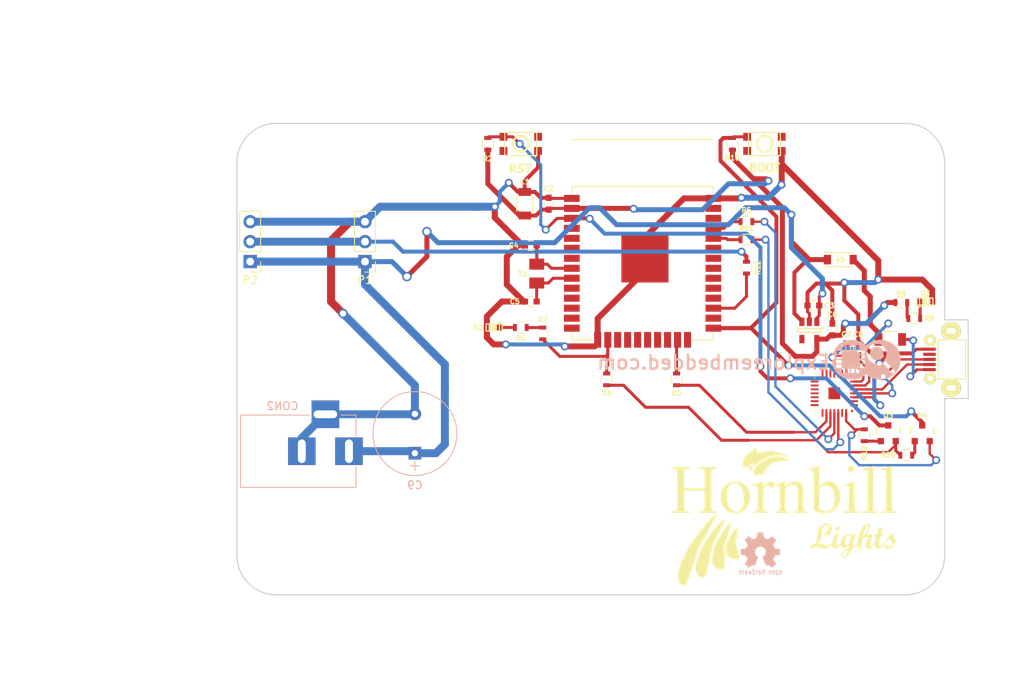
<source format=kicad_pcb>
(kicad_pcb (version 4) (host pcbnew 4.0.5)
  (layers (0 F.Cu signal) (31 B.Cu signal) (34 B.Paste user) (35 F.Paste user) (36 B.SilkS user) (37 F.SilkS user) (38 B.Mask user) (39 F.Mask user) (44 Edge.Cuts user))
  (net 0 "")
  (net 1 +3V3)
  (net 2 GND)
  (net 3 +5V)
  (net 4 "Net-(C4-Pad1)")
  (net 5 "Net-(C5-Pad1)")
  (net 6 "Net-(CON1-Pad1)")
  (net 7 "Net-(CON1-Pad2)")
  (net 8 "Net-(CON1-Pad3)")
  (net 9 "Net-(CON1-Pad4)")
  (net 10 /EN)
  (net 11 "Net-(M1-Pad4)")
  (net 12 "Net-(M1-Pad5)")
  (net 13 "Net-(M1-Pad6)")
  (net 14 "Net-(M1-Pad7)")
  (net 15 "Net-(M1-Pad10)")
  (net 16 "Net-(M1-Pad11)")
  (net 17 "Net-(M1-Pad12)")
  (net 18 "Net-(M1-Pad13)")
  (net 19 "Net-(M1-Pad14)")
  (net 20 /IO0)
  (net 21 "Net-(M1-Pad26)")
  (net 22 "Net-(M1-Pad29)")
  (net 23 "Net-(M1-Pad30)")
  (net 24 "Net-(M1-Pad31)")
  (net 25 "Net-(M1-Pad32)")
  (net 26 "Net-(M1-Pad33)")
  (net 27 /RXD0)
  (net 28 /TXD0)
  (net 29 "Net-(M1-Pad36)")
  (net 30 "Net-(M1-Pad37)")
  (net 31 /IO13)
  (net 32 "Net-(M1-Pad17)")
  (net 33 "Net-(M1-Pad18)")
  (net 34 "Net-(M1-Pad19)")
  (net 35 "Net-(M1-Pad20)")
  (net 36 "Net-(M1-Pad21)")
  (net 37 "Net-(M1-Pad22)")
  (net 38 /IO15)
  (net 39 "Net-(M1-Pad24)")
  (net 40 "Net-(Q3-Pad1)")
  (net 41 /RTS)
  (net 42 "Net-(Q4-Pad1)")
  (net 43 /DTR)
  (net 44 "Net-(D2-Pad2)")
  (net 45 "Net-(R6-Pad2)")
  (net 46 "Net-(R8-Pad1)")
  (net 47 "Net-(D3-Pad2)")
  (net 48 "Net-(U1-Pad4)")
  (net 49 "Net-(U9-Pad1)")
  (net 50 "Net-(U9-Pad9)")
  (net 51 "Net-(U9-Pad10)")
  (net 52 "Net-(U9-Pad11)")
  (net 53 "Net-(U9-Pad12)")
  (net 54 "Net-(U9-Pad13)")
  (net 55 "Net-(U9-Pad14)")
  (net 56 "Net-(U9-Pad15)")
  (net 57 "Net-(U9-Pad16)")
  (net 58 "Net-(U9-Pad17)")
  (net 59 "Net-(U9-Pad22)")
  (net 60 "Net-(P1-Pad2)")
  (net 61 "Net-(C8-Pad1)")
  (net 62 "Net-(R3-Pad2)")
  (net 63 "Net-(R5-Pad2)")
  (net 64 "Net-(R11-Pad2)")
  (net 65 "Net-(U9-Pad2)")
  (net 66 "Net-(U9-Pad27)")
  (net 67 "Net-(U9-Pad21)")
  (net 68 "Net-(U9-Pad20)")
  (net 69 "Net-(U9-Pad18)")
  (net 70 /Light)
  (net 71 "Net-(M1-Pad28)")
  (net 72 VCC)
  (module Capacitors_SMD:C_1206 (layer F.Cu) (at 101.6 77.724 90)
    (fp_text reference C1 (at 2.794 0 180) (layer F.SilkS) (effects (font (size 0.635 0.635))))
    (fp_text value 100uF)
    (pad 1 smd rect (at -1.5 0 90) (size 1 1.6) (layers F.Cu F.Paste F.Mask) (net 1 +3V3))
    (pad 2 smd rect (at 1.5 0 90) (size 1 1.6) (layers F.Cu F.Paste F.Mask) (net 2 GND))
  )
  (module Capacitors_SMD:C_0603 (layer F.Cu) (at 104.648 77.724 90)
    (fp_text reference C2 (at 1.905 0 180) (layer F.SilkS) (effects (font (size 0.635 0.635))))
    (fp_text value 100nF)
    (pad 1 smd rect (at -0.75 0 90) (size 0.8 0.75) (layers F.Cu F.Paste F.Mask) (net 1 +3V3))
    (pad 2 smd rect (at 0.75 0 90) (size 0.8 0.75) (layers F.Cu F.Paste F.Mask) (net 2 GND))
  )
  (module Capacitors_SMD:C_0603 (layer F.Cu) (at 138.303 90.678 180)
    (fp_text reference C3 (at -2.032 0 180) (layer F.SilkS) (effects (font (size 0.635 0.635))))
    (fp_text value 1uF)
    (pad 1 smd rect (at -0.75 0 180) (size 0.8 0.75) (layers F.Cu F.Paste F.Mask) (net 3 +5V))
    (pad 2 smd rect (at 0.75 0 180) (size 0.8 0.75) (layers F.Cu F.Paste F.Mask) (net 2 GND))
  )
  (module Capacitors_SMD:C_0603 (layer F.Cu) (at 102.362 83.058 180)
    (fp_text reference C4 (at 2.159 0 180) (layer F.SilkS) (effects (font (size 0.635 0.635))))
    (fp_text value 15pF)
    (pad 1 smd rect (at -0.75 0 180) (size 0.8 0.75) (layers F.Cu F.Paste F.Mask) (net 4 "Net-(C4-Pad1)"))
    (pad 2 smd rect (at 0.75 0 180) (size 0.8 0.75) (layers F.Cu F.Paste F.Mask) (net 2 GND))
  )
  (module Capacitors_SMD:C_0603 (layer F.Cu) (at 102.362 90.17 180)
    (fp_text reference C5 (at 2.032 0 180) (layer F.SilkS) (effects (font (size 0.635 0.635))))
    (fp_text value 15pF)
    (pad 1 smd rect (at -0.75 0 180) (size 0.8 0.75) (layers F.Cu F.Paste F.Mask) (net 5 "Net-(C5-Pad1)"))
    (pad 2 smd rect (at 0.75 0 180) (size 0.8 0.75) (layers F.Cu F.Paste F.Mask) (net 2 GND))
  )
  (module Capacitors_SMD:C_0603 (layer F.Cu) (at 140.716 93.726 90)
    (fp_text reference C6 (at 1.905 0 180) (layer F.SilkS) (effects (font (size 0.635 0.635))))
    (fp_text value 2.2uF)
    (pad 1 smd rect (at -0.75 0 90) (size 0.8 0.75) (layers F.Cu F.Paste F.Mask) (net 1 +3V3))
    (pad 2 smd rect (at 0.75 0 90) (size 0.8 0.75) (layers F.Cu F.Paste F.Mask) (net 2 GND))
  )
  (module Capacitors_SMD:C_0603 (layer F.Cu) (at 144.018 96.266 90)
    (fp_text reference C8 (at 1.905 0 180) (layer F.SilkS) (effects (font (size 0.635 0.635))))
    (fp_text value 0.1uF)
    (pad 1 smd rect (at -0.75 0 90) (size 0.8 0.75) (layers F.Cu F.Paste F.Mask) (net 61 "Net-(C8-Pad1)"))
    (pad 2 smd rect (at 0.75 0 90) (size 0.8 0.75) (layers F.Cu F.Paste F.Mask) (net 2 GND))
  )
  (module Explore:USB_Micro-B_SMD_NEW_1 (layer F.Cu) (at 153.162 97.536 180)
    (fp_text reference CON1 hide)
    (fp_text value USB-MINI-B hide)
    (pad 1 smd rect (at 0.1 -1.3 180) (size 1.6 0.4) (layers F.Cu F.Paste F.Mask) (net 6 "Net-(CON1-Pad1)"))
    (pad 2 smd rect (at 0.1 -0.65 180) (size 1.6 0.4) (layers F.Cu F.Paste F.Mask) (net 7 "Net-(CON1-Pad2)"))
    (pad 3 smd rect (at 0.1 0 180) (size 1.6 0.4) (layers F.Cu F.Paste F.Mask) (net 8 "Net-(CON1-Pad3)"))
    (pad 4 smd rect (at 0.1 0.65 180) (size 1.6 0.4) (layers F.Cu F.Paste F.Mask) (net 9 "Net-(CON1-Pad4)"))
    (pad 5 smd rect (at 0.1 1.3 180) (size 1.6 0.4) (layers F.Cu F.Paste F.Mask) (net 2 GND))
    (pad "" thru_hole circle (at 0 -2.425 180) (size 1.5 1.5) (drill 0.71) (layers *.Cu *.Mask F.SilkS))
    (pad "" thru_hole oval (at -2.65 -3.625 180) (size 2.5 2.2) (drill oval 1.15 0.72) (layers *.Cu *.Mask F.SilkS))
    (pad "" thru_hole circle (at 0 2.425 180) (size 1.5 1.5) (drill 0.71) (layers *.Cu *.Mask F.SilkS))
    (pad "" thru_hole oval (at -2.65 3.625 180) (size 2.5 2.2) (drill oval 1.15 0.72) (layers *.Cu *.Mask F.SilkS))
  )
  (module Explore:ESP-32S (layer F.Cu) (at 116.586 82.296)
    (fp_text reference M1 hide)
    (fp_text value ESP-WROOM-32 hide)
    (pad 1 smd rect (at -9 -5.25) (size 2 0.9) (layers F.Cu F.Paste F.Mask) (net 2 GND))
    (pad 2 smd rect (at -9 -3.98) (size 2 0.9) (layers F.Cu F.Paste F.Mask) (net 1 +3V3))
    (pad 3 smd rect (at -9 -2.71) (size 2 0.9) (layers F.Cu F.Paste F.Mask) (net 10 /EN))
    (pad 4 smd rect (at -9 -1.44) (size 2 0.9) (layers F.Cu F.Paste F.Mask) (net 11 "Net-(M1-Pad4)"))
    (pad 5 smd rect (at -9 -0.17) (size 2 0.9) (layers F.Cu F.Paste F.Mask) (net 12 "Net-(M1-Pad5)"))
    (pad 6 smd rect (at -9 1.1) (size 2 0.9) (layers F.Cu F.Paste F.Mask) (net 13 "Net-(M1-Pad6)"))
    (pad 7 smd rect (at -9 2.37) (size 2 0.9) (layers F.Cu F.Paste F.Mask) (net 14 "Net-(M1-Pad7)"))
    (pad 8 smd rect (at -9 3.64) (size 2 0.9) (layers F.Cu F.Paste F.Mask) (net 4 "Net-(C4-Pad1)"))
    (pad 9 smd rect (at -9 4.91) (size 2 0.9) (layers F.Cu F.Paste F.Mask) (net 5 "Net-(C5-Pad1)"))
    (pad 10 smd rect (at -9 6.18) (size 2 0.9) (layers F.Cu F.Paste F.Mask) (net 15 "Net-(M1-Pad10)"))
    (pad 11 smd rect (at -9 7.45) (size 2 0.9) (layers F.Cu F.Paste F.Mask) (net 16 "Net-(M1-Pad11)"))
    (pad 12 smd rect (at -9 8.72) (size 2 0.9) (layers F.Cu F.Paste F.Mask) (net 17 "Net-(M1-Pad12)"))
    (pad 13 smd rect (at -9 9.99) (size 2 0.9) (layers F.Cu F.Paste F.Mask) (net 18 "Net-(M1-Pad13)"))
    (pad 14 smd rect (at -9 11.26) (size 2 0.9) (layers F.Cu F.Paste F.Mask) (net 19 "Net-(M1-Pad14)"))
    (pad 38 smd rect (at 9 -5.25) (size 2 0.9) (layers F.Cu F.Paste F.Mask) (net 2 GND))
    (pad 25 smd rect (at 9 11.26) (size 2 0.9) (layers F.Cu F.Paste F.Mask) (net 20 /IO0))
    (pad 26 smd rect (at 9 9.99) (size 2 0.9) (layers F.Cu F.Paste F.Mask) (net 21 "Net-(M1-Pad26)"))
    (pad 27 smd rect (at 9 8.72) (size 2 0.9) (layers F.Cu F.Paste F.Mask) (net 70 /Light))
    (pad 28 smd rect (at 9 7.45) (size 2 0.9) (layers F.Cu F.Paste F.Mask) (net 71 "Net-(M1-Pad28)"))
    (pad 29 smd rect (at 9 6.18) (size 2 0.9) (layers F.Cu F.Paste F.Mask) (net 22 "Net-(M1-Pad29)"))
    (pad 30 smd rect (at 9 4.91) (size 2 0.9) (layers F.Cu F.Paste F.Mask) (net 23 "Net-(M1-Pad30)"))
    (pad 31 smd rect (at 9 3.64) (size 2 0.9) (layers F.Cu F.Paste F.Mask) (net 24 "Net-(M1-Pad31)"))
    (pad 32 smd rect (at 9 2.37) (size 2 0.9) (layers F.Cu F.Paste F.Mask) (net 25 "Net-(M1-Pad32)"))
    (pad 33 smd rect (at 9 1.1) (size 2 0.9) (layers F.Cu F.Paste F.Mask) (net 26 "Net-(M1-Pad33)"))
    (pad 34 smd rect (at 9 -0.17) (size 2 0.9) (layers F.Cu F.Paste F.Mask) (net 27 /RXD0))
    (pad 35 smd rect (at 9 -1.44) (size 2 0.9) (layers F.Cu F.Paste F.Mask) (net 28 /TXD0))
    (pad 36 smd rect (at 9 -2.71) (size 2 0.9) (layers F.Cu F.Paste F.Mask) (net 29 "Net-(M1-Pad36)"))
    (pad 37 smd rect (at 9 -3.98) (size 2 0.9) (layers F.Cu F.Paste F.Mask) (net 30 "Net-(M1-Pad37)"))
    (pad 15 smd rect (at -5.715 12.75 90) (size 2 0.9) (layers F.Cu F.Paste F.Mask) (net 2 GND))
    (pad 16 smd rect (at -4.43 12.75 90) (size 2 0.9) (layers F.Cu F.Paste F.Mask) (net 31 /IO13))
    (pad 17 smd rect (at -3.175 12.75 90) (size 2 0.9) (layers F.Cu F.Paste F.Mask) (net 32 "Net-(M1-Pad17)"))
    (pad 18 smd rect (at -1.905 12.75 90) (size 2 0.9) (layers F.Cu F.Paste F.Mask) (net 33 "Net-(M1-Pad18)"))
    (pad 19 smd rect (at -0.635 12.75 90) (size 2 0.9) (layers F.Cu F.Paste F.Mask) (net 34 "Net-(M1-Pad19)"))
    (pad 20 smd rect (at 0.635 12.75 90) (size 2 0.9) (layers F.Cu F.Paste F.Mask) (net 35 "Net-(M1-Pad20)"))
    (pad 21 smd rect (at 1.905 12.75 90) (size 2 0.9) (layers F.Cu F.Paste F.Mask) (net 36 "Net-(M1-Pad21)"))
    (pad 22 smd rect (at 3.175 12.75 90) (size 2 0.9) (layers F.Cu F.Paste F.Mask) (net 37 "Net-(M1-Pad22)"))
    (pad 23 smd rect (at 4.445 12.75 90) (size 2 0.9) (layers F.Cu F.Paste F.Mask) (net 38 /IO15))
    (pad 24 smd rect (at 5.715 12.75 90) (size 2 0.9) (layers F.Cu F.Paste F.Mask) (net 39 "Net-(M1-Pad24)"))
    (pad 1 smd rect (at 0.3 2.45 90) (size 6 6) (layers F.Cu F.Paste F.Mask) (net 2 GND))
  )
  (module Resistors_SMD:R_0603 (layer F.Cu) (at 96.901 70.104 90)
    (fp_text reference R2 (at -1.905 0 180) (layer F.SilkS) (effects (font (size 0.635 0.635))))
    (fp_text value 10K)
    (pad 1 smd rect (at -0.75 0 90) (size 0.5 0.9) (layers F.Cu F.Paste F.Mask) (net 1 +3V3))
    (pad 2 smd rect (at 0.75 0 90) (size 0.5 0.9) (layers F.Cu F.Paste F.Mask) (net 10 /EN))
  )
  (module Resistors_SMD:R_0603 (layer F.Cu) (at 101.092 93.472)
    (fp_text reference R6 (at 0 1.397) (layer F.SilkS) (effects (font (size 0.635 0.635))))
    (fp_text value 1K)
    (pad 1 smd rect (at -0.75 0) (size 0.5 0.9) (layers F.Cu F.Paste F.Mask) (net 44 "Net-(D2-Pad2)"))
    (pad 2 smd rect (at 0.75 0) (size 0.5 0.9) (layers F.Cu F.Paste F.Mask) (net 45 "Net-(R6-Pad2)"))
  )
  (module Resistors_SMD:R_0603 (layer F.Cu) (at 103.886 94.234 90)
    (fp_text reference R7 (at 1.778 0 180) (layer F.SilkS) (effects (font (size 0.635 0.635))))
    (fp_text value 0E)
    (pad 1 smd rect (at -0.75 0 90) (size 0.5 0.9) (layers F.Cu F.Paste F.Mask) (net 31 /IO13))
    (pad 2 smd rect (at 0.75 0 90) (size 0.5 0.9) (layers F.Cu F.Paste F.Mask) (net 45 "Net-(R6-Pad2)"))
  )
  (module Resistors_SMD:R_0603 (layer F.Cu) (at 149.479 90.297 180)
    (fp_text reference R8 (at 0 1.143 180) (layer F.SilkS) (effects (font (size 0.635 0.635))))
    (fp_text value 0E)
    (pad 1 smd rect (at -0.75 0 180) (size 0.5 0.9) (layers F.Cu F.Paste F.Mask) (net 46 "Net-(R8-Pad1)"))
    (pad 2 smd rect (at 0.75 0 180) (size 0.5 0.9) (layers F.Cu F.Paste F.Mask) (net 1 +3V3))
  )
  (module Resistors_SMD:R_0603 (layer F.Cu) (at 151.13 92.329 180)
    (fp_text reference R9 (at -1.905 0 180) (layer F.SilkS) (effects (font (size 0.635 0.635))))
    (fp_text value 1K)
    (pad 1 smd rect (at -0.75 0 180) (size 0.5 0.9) (layers F.Cu F.Paste F.Mask) (net 47 "Net-(D3-Pad2)"))
    (pad 2 smd rect (at 0.75 0 180) (size 0.5 0.9) (layers F.Cu F.Paste F.Mask) (net 46 "Net-(R8-Pad1)"))
  )
  (module Resistors_SMD:R_0603 (layer F.Cu) (at 128.016 70.104 90)
    (fp_text reference R10 (at -1.778 0 180) (layer F.SilkS) (effects (font (size 0.635 0.635))))
    (fp_text value 10K)
    (pad 1 smd rect (at -0.75 0 90) (size 0.5 0.9) (layers F.Cu F.Paste F.Mask) (net 1 +3V3))
    (pad 2 smd rect (at 0.75 0 90) (size 0.5 0.9) (layers F.Cu F.Paste F.Mask) (net 20 /IO0))
  )
  (module Resistors_SMD:R_0603 (layer F.Cu) (at 144.78 107.188 90)
    (fp_text reference R19 (at -2.286 0 90) (layer F.SilkS) (effects (font (size 0.635 0.635))))
    (fp_text value 12K)
    (pad 1 smd rect (at -0.75 0 90) (size 0.5 0.9) (layers F.Cu F.Paste F.Mask) (net 40 "Net-(Q3-Pad1)"))
    (pad 2 smd rect (at 0.75 0 90) (size 0.5 0.9) (layers F.Cu F.Paste F.Mask) (net 43 /DTR))
  )
  (module Resistors_SMD:R_0603 (layer F.Cu) (at 150.114 109.728 180)
    (fp_text reference R20 (at 2.286 0 180) (layer F.SilkS) (effects (font (size 0.635 0.635))))
    (fp_text value 12K)
    (pad 1 smd rect (at -0.75 0 180) (size 0.5 0.9) (layers F.Cu F.Paste F.Mask) (net 42 "Net-(Q4-Pad1)"))
    (pad 2 smd rect (at 0.75 0 180) (size 0.5 0.9) (layers F.Cu F.Paste F.Mask) (net 41 /RTS))
  )
  (module Explore:smd_push2_New (layer F.Cu) (at 101.092 70.104)
    (fp_text reference SW1 hide)
    (fp_text value SW_PUSH hide)
    (pad 1 smd rect (at -2.2 -0.9) (size 1.00076 1.00076) (layers F.Cu F.Paste F.Mask) (net 10 /EN))
    (pad 2 smd rect (at 2.2 0.9) (size 1.00076 1.00076) (layers F.Cu F.Paste F.Mask) (net 2 GND))
    (pad 3 smd rect (at -2.2 0.9) (size 1.00076 1.00076) (layers F.Cu F.Paste F.Mask))
    (pad 4 smd rect (at 2.2 -0.9) (size 1.00076 1.00076) (layers F.Cu F.Paste F.Mask))
  )
  (module Explore:smd_push2_New (layer F.Cu) (at 132.08 70.104)
    (fp_text reference SW2 hide)
    (fp_text value SW_PUSH hide)
    (pad 1 smd rect (at -2.2 -0.9) (size 1.00076 1.00076) (layers F.Cu F.Paste F.Mask) (net 20 /IO0))
    (pad 2 smd rect (at 2.2 0.9) (size 1.00076 1.00076) (layers F.Cu F.Paste F.Mask) (net 2 GND))
    (pad 3 smd rect (at -2.2 0.9) (size 1.00076 1.00076) (layers F.Cu F.Paste F.Mask))
    (pad 4 smd rect (at 2.2 -0.9) (size 1.00076 1.00076) (layers F.Cu F.Paste F.Mask))
  )
  (module Explore:SOT-23-5 (layer F.Cu) (at 137.795 93.853 270)
    (fp_text reference U1 hide)
    (fp_text value AP2112K hide)
    (pad 1 smd rect (at -1.1 -0.95 270) (size 1.06 0.65) (layers F.Cu F.Paste F.Mask) (net 3 +5V))
    (pad 2 smd rect (at -1.1 0 270) (size 1.06 0.65) (layers F.Cu F.Paste F.Mask) (net 2 GND))
    (pad 3 smd rect (at -1.1 0.95 270) (size 1.06 0.65) (layers F.Cu F.Paste F.Mask) (net 3 +5V))
    (pad 4 smd rect (at 1.1 0.95 270) (size 1.06 0.65) (layers F.Cu F.Paste F.Mask) (net 48 "Net-(U1-Pad4)"))
    (pad 5 smd rect (at 1.1 -0.95 270) (size 1.06 0.65) (layers F.Cu F.Paste F.Mask) (net 1 +3V3))
  )
  (module Explore:Logo_silk_OSHW_6x6mm (layer B.Cu) (at 131.572 121.793 180)
    (fp_text reference U2 hide)
    (fp_text value OSH_Symbol hide)
  )
  (module Logo:Logo_8 (layer B.Cu) (at 145.161 97.536 180)
    (fp_text reference U4 hide)
    (fp_text value EE_Logo hide)
  )
  (module Mounting_Holes:MountingHole_2.5mm (layer F.Cu) (at 140 125)
    (fp_text reference U5 hide)
    (fp_text value MountingHole)
    (pad 1 np_thru_hole circle (at 0 0) (size 2.5 2.5) (drill 2.5) (layers *.Cu *.Mask))
  )
  (module Mounting_Holes:MountingHole_2.5mm (layer F.Cu) (at 140 70)
    (fp_text reference U6 hide)
    (fp_text value MountingHole)
    (pad 1 np_thru_hole circle (at 0 0) (size 2.5 2.5) (drill 2.5) (layers *.Cu *.Mask))
  )
  (module Mounting_Holes:MountingHole_2.5mm (layer F.Cu) (at 80 125)
    (fp_text reference U7 hide)
    (fp_text value MountingHole)
    (pad 1 np_thru_hole circle (at 0 0) (size 2.5 2.5) (drill 2.5) (layers *.Cu *.Mask))
  )
  (module Mounting_Holes:MountingHole_2.5mm (layer F.Cu) (at 80 70)
    (fp_text reference U8 hide)
    (fp_text value MountingHole)
    (pad 1 np_thru_hole circle (at 0 0) (size 2.5 2.5) (drill 2.5) (layers *.Cu *.Mask))
  )
  (module Explore:SMD_RTC_Crstl (layer F.Cu) (at 103.124 86.614 270)
    (fp_text reference Y1 (at 0 1.778 360) (layer F.SilkS) (effects (font (size 0.635 0.635))))
    (fp_text value "32.768KHz RTC Crystal" hide)
    (pad 1 smd rect (at -1.2 0 270) (size 1.4 1.9) (layers F.Cu F.Paste F.Mask) (net 4 "Net-(C4-Pad1)"))
    (pad 2 smd rect (at 1.2 0 270) (size 1.4 1.9) (layers F.Cu F.Paste F.Mask) (net 5 "Net-(C5-Pad1)"))
  )
  (module Explore:LED-0603_NEW (layer F.Cu) (at 97.536 93.472)
    (fp_text reference D2 (at -1.905 0) (layer F.SilkS) (effects (font (size 0.6 0.6))))
    (fp_text value Blue hide)
    (pad 1 smd rect (at -0.7493 0) (size 0.79756 0.79756) (layers F.Cu F.Paste F.Mask) (net 2 GND))
    (pad 2 smd rect (at 0.7493 0) (size 0.79756 0.79756) (layers F.Cu F.Paste F.Mask) (net 44 "Net-(D2-Pad2)"))
  )
  (module Explore:LED-0603_NEW (layer F.Cu) (at 152.654 90.17 180)
    (fp_text reference D3 (at 0.127 1.016 180) (layer F.SilkS) (effects (font (size 0.6 0.6))))
    (fp_text value LED hide)
    (pad 1 smd rect (at -0.7493 0 180) (size 0.79756 0.79756) (layers F.Cu F.Paste F.Mask) (net 2 GND))
    (pad 2 smd rect (at 0.7493 0 180) (size 0.79756 0.79756) (layers F.Cu F.Paste F.Mask) (net 47 "Net-(D3-Pad2)"))
  )
  (module Explore:SOT-23 (layer F.Cu) (at 147.828 106.934)
    (fp_text reference Q3 (at 0 -2.25) (layer F.SilkS) (effects (font (size 0.635 0.635))))
    (fp_text value S8050 hide)
    (pad 1 smd rect (at -0.95 1.00076) (size 0.8001 0.8001) (layers F.Cu F.Paste F.Mask) (net 40 "Net-(Q3-Pad1)"))
    (pad 2 smd rect (at 0.95 1.00076) (size 0.8001 0.8001) (layers F.Cu F.Paste F.Mask) (net 41 /RTS))
    (pad 3 smd rect (at 0 -0.99822) (size 0.8001 0.8001) (layers F.Cu F.Paste F.Mask) (net 10 /EN))
  )
  (module Explore:SOT-23 (layer F.Cu) (at 152.146 106.934)
    (fp_text reference Q4 (at 0 -2.25) (layer F.SilkS) (effects (font (size 0.635 0.635))))
    (fp_text value S8050 hide)
    (pad 1 smd rect (at -0.95 1.00076) (size 0.8001 0.8001) (layers F.Cu F.Paste F.Mask) (net 42 "Net-(Q4-Pad1)"))
    (pad 2 smd rect (at 0.95 1.00076) (size 0.8001 0.8001) (layers F.Cu F.Paste F.Mask) (net 43 /DTR))
    (pad 3 smd rect (at 0 -0.99822) (size 0.8001 0.8001) (layers F.Cu F.Paste F.Mask) (net 20 /IO0))
  )
  (module Capacitors_SMD:C_0603 (layer F.Cu) (at 142.494 96.266 270)
    (fp_text reference C7 (at -1.905 0 360) (layer F.SilkS) (effects (font (size 0.635 0.635))))
    (fp_text value 0.1uF)
    (pad 1 smd rect (at -0.75 0 270) (size 0.8 0.75) (layers F.Cu F.Paste F.Mask) (net 2 GND))
    (pad 2 smd rect (at 0.75 0 270) (size 0.8 0.75) (layers F.Cu F.Paste F.Mask) (net 72 VCC))
  )
  (module Explore:Fuse_500mA (layer F.Cu) (at 148.082 94.996)
    (fp_text reference F1 hide)
    (fp_text value 500mA hide)
    (pad 1 smd rect (at -1.5 0) (size 1 1.6) (layers F.Cu F.Paste F.Mask) (net 72 VCC))
    (pad 2 smd rect (at 1.5 0) (size 1 1.6) (layers F.Cu F.Paste F.Mask) (net 6 "Net-(CON1-Pad1)"))
  )
  (module Resistors_SMD:R_0603 (layer F.Cu) (at 120.904 100.076 270)
    (fp_text reference R3 (at 1.778 0 360) (layer F.SilkS) (effects (font (size 0.635 0.635) (thickness 0.14605))))
    (fp_text value 0E)
    (pad 1 smd rect (at -0.75 0 270) (size 0.5 0.9) (layers F.Cu F.Paste F.Mask) (net 38 /IO15))
    (pad 2 smd rect (at 0.75 0 270) (size 0.5 0.9) (layers F.Cu F.Paste F.Mask) (net 62 "Net-(R3-Pad2)"))
  )
  (module Resistors_SMD:R_0603 (layer F.Cu) (at 112.014 100.076 270)
    (fp_text reference R4 (at 1.778 0 360) (layer F.SilkS) (effects (font (size 0.635 0.635) (thickness 0.14605))))
    (fp_text value 0E)
    (pad 1 smd rect (at -0.75 0 270) (size 0.5 0.9) (layers F.Cu F.Paste F.Mask) (net 31 /IO13))
    (pad 2 smd rect (at 0.75 0 270) (size 0.5 0.9) (layers F.Cu F.Paste F.Mask) (net 41 /RTS))
  )
  (module Resistors_SMD:R_0603 (layer F.Cu) (at 129.794 80.01)
    (fp_text reference R5 (at 0 -1.45) (layer F.SilkS) (effects (font (size 0.635 0.635))))
    (fp_text value 0E)
    (pad 1 smd rect (at -0.75 0) (size 0.5 0.9) (layers F.Cu F.Paste F.Mask) (net 28 /TXD0))
    (pad 2 smd rect (at 0.75 0) (size 0.5 0.9) (layers F.Cu F.Paste F.Mask) (net 63 "Net-(R5-Pad2)"))
  )
  (module Resistors_SMD:R_0603 (layer F.Cu) (at 129.794 82.296)
    (fp_text reference R11 (at 0 -1.45) (layer F.SilkS) (effects (font (size 0.635 0.635))))
    (fp_text value 0E)
    (pad 1 smd rect (at -0.75 0) (size 0.5 0.9) (layers F.Cu F.Paste F.Mask) (net 27 /RXD0))
    (pad 2 smd rect (at 0.75 0) (size 0.5 0.9) (layers F.Cu F.Paste F.Mask) (net 64 "Net-(R11-Pad2)"))
  )
  (module Explore:cp2102_xl2 (layer F.Cu) (at 140.97 101.854 180)
    (fp_text reference U9 hide)
    (fp_text value CP2102 hide)
    (pad 7 smd rect (at -2.49936 1.50114 180) (size 1.00076 0.23114) (layers F.Cu F.Paste F.Mask) (net 72 VCC))
    (pad 6 smd rect (at -2.49936 1.00076 180) (size 1.00076 0.23114) (layers F.Cu F.Paste F.Mask) (net 61 "Net-(C8-Pad1)"))
    (pad 5 smd rect (at -2.49936 0.50038 180) (size 1.00076 0.23114) (layers F.Cu F.Paste F.Mask) (net 7 "Net-(CON1-Pad2)"))
    (pad 4 smd rect (at -2.49936 0 180) (size 1.00076 0.23114) (layers F.Cu F.Paste F.Mask) (net 8 "Net-(CON1-Pad3)"))
    (pad 3 smd rect (at -2.49936 -0.50038 180) (size 1.00076 0.23114) (layers F.Cu F.Paste F.Mask) (net 2 GND))
    (pad 2 smd rect (at -2.49936 -1.00076 180) (size 1.00076 0.23114) (layers F.Cu F.Paste F.Mask) (net 65 "Net-(U9-Pad2)"))
    (pad 1 smd rect (at -2.49936 -1.50114 180) (size 1.00076 0.23114) (layers F.Cu F.Paste F.Mask) (net 49 "Net-(U9-Pad1)"))
    (pad 28 smd rect (at -1.50114 -2.49936 180) (size 0.23114 1.00076) (layers F.Cu F.Paste F.Mask) (net 43 /DTR))
    (pad 27 smd rect (at -1.00076 -2.49936 180) (size 0.23114 1.00076) (layers F.Cu F.Paste F.Mask) (net 66 "Net-(U9-Pad27)"))
    (pad 26 smd rect (at -0.50038 -2.49936 180) (size 0.23114 1.00076) (layers F.Cu F.Paste F.Mask) (net 64 "Net-(R11-Pad2)"))
    (pad 25 smd rect (at 0 -2.49936 180) (size 0.23114 1.00076) (layers F.Cu F.Paste F.Mask) (net 63 "Net-(R5-Pad2)"))
    (pad 24 smd rect (at 0.50038 -2.49936 180) (size 0.23114 1.00076) (layers F.Cu F.Paste F.Mask) (net 41 /RTS))
    (pad 23 smd rect (at 1.00076 -2.49936 180) (size 0.23114 1.00076) (layers F.Cu F.Paste F.Mask) (net 62 "Net-(R3-Pad2)"))
    (pad 22 smd rect (at 1.50114 -2.49936 180) (size 0.23114 1.00076) (layers F.Cu F.Paste F.Mask) (net 59 "Net-(U9-Pad22)"))
    (pad 21 smd rect (at 2.49936 -1.50114 180) (size 1.00076 0.23114) (layers F.Cu F.Paste F.Mask) (net 67 "Net-(U9-Pad21)"))
    (pad 20 smd rect (at 2.49936 -1.00076 180) (size 1.00076 0.23114) (layers F.Cu F.Paste F.Mask) (net 68 "Net-(U9-Pad20)"))
    (pad 19 smd rect (at 2.49936 -0.50038 180) (size 1.00076 0.23114) (layers F.Cu F.Paste F.Mask))
    (pad 18 smd rect (at 2.49936 0 180) (size 1.00076 0.23114) (layers F.Cu F.Paste F.Mask) (net 69 "Net-(U9-Pad18)"))
    (pad 17 smd rect (at 2.49936 0.50038 180) (size 1.00076 0.23114) (layers F.Cu F.Paste F.Mask) (net 58 "Net-(U9-Pad17)"))
    (pad 16 smd rect (at 2.49936 1.00076 180) (size 1.00076 0.23114) (layers F.Cu F.Paste F.Mask) (net 57 "Net-(U9-Pad16)"))
    (pad 15 smd rect (at 2.49936 1.50114 180) (size 1.00076 0.23114) (layers F.Cu F.Paste F.Mask) (net 56 "Net-(U9-Pad15)"))
    (pad 14 smd rect (at 1.50114 2.49936 180) (size 0.23114 1.00076) (layers F.Cu F.Paste F.Mask) (net 55 "Net-(U9-Pad14)"))
    (pad 13 smd rect (at 1.00076 2.49936 180) (size 0.23114 1.00076) (layers F.Cu F.Paste F.Mask) (net 54 "Net-(U9-Pad13)"))
    (pad 12 smd rect (at 0.50038 2.49936 180) (size 0.23114 1.00076) (layers F.Cu F.Paste F.Mask) (net 53 "Net-(U9-Pad12)"))
    (pad 11 smd rect (at 0 2.49936 180) (size 0.23114 1.00076) (layers F.Cu F.Paste F.Mask) (net 52 "Net-(U9-Pad11)"))
    (pad 10 smd rect (at -0.50038 2.49936 180) (size 0.23114 1.00076) (layers F.Cu F.Paste F.Mask) (net 51 "Net-(U9-Pad10)"))
    (pad 9 smd rect (at -1.00076 2.49936 180) (size 0.23114 1.00076) (layers F.Cu F.Paste F.Mask) (net 50 "Net-(U9-Pad9)"))
    (pad 8 smd rect (at -1.50114 2.49936 180) (size 0.23114 1.00076) (layers F.Cu F.Paste F.Mask) (net 72 VCC))
    (pad 29 smd rect (at 0 0 180) (size 1.50114 1.50114) (layers F.Cu F.Paste F.Mask))
    (pad "" smd circle (at -2.25044 -2.25044 180) (size 0.29972 0.29972) (layers F.Cu F.Paste F.Mask))
  )
  (module Capacitors_ThroughHole:CP_Radial_Tantal_D10.5mm_P5.00mm (layer B.Cu) (at 87.63 109.474 90)
    (fp_text reference C9 (at -4.064 0 180) (layer B.SilkS) (effects (justify mirror)))
    (fp_text value 1000uF)
    (pad 1 thru_hole rect (at 0 0 90) (size 1.6 1.6) (drill 0.8) (layers *.Cu *.Mask) (net 3 +5V))
    (pad 2 thru_hole circle (at 5 0 90) (size 1.6 1.6) (drill 0.8) (layers *.Cu *.Mask) (net 2 GND))
  )
  (module Resistors_SMD:R_0603 (layer F.Cu) (at 129.794 85.852 270)
    (fp_text reference R12 (at 0 -1.45 270) (layer F.SilkS) (effects (font (size 0.635 0.635))))
    (fp_text value 470E)
    (pad 1 smd rect (at -0.75 0 270) (size 0.5 0.9) (layers F.Cu F.Paste F.Mask) (net 60 "Net-(P1-Pad2)"))
    (pad 2 smd rect (at 0.75 0 270) (size 0.5 0.9) (layers F.Cu F.Paste F.Mask) (net 70 /Light))
  )
  (module Connect:BARREL_JACK (layer B.Cu) (at 79.248 109.22)
    (fp_text reference CON2 (at -8.45 -5.75 180) (layer B.SilkS) (effects (justify mirror)))
    (fp_text value BARREL_JACK)
    (pad 1 thru_hole rect (at 0 0) (size 3.5 3.5) (drill oval 1 3) (layers *.Cu *.Mask) (net 3 +5V))
    (pad 2 thru_hole rect (at -6 0) (size 3.5 3.5) (drill oval 1 3) (layers *.Cu *.Mask) (net 2 GND))
    (pad 3 thru_hole rect (at -3 -4.7) (size 3.5 3.5) (drill oval 3 1) (layers *.Cu *.Mask) (net 2 GND))
  )
  (module "Lights_Logo:Hornbill Lights" (layer F.Cu) (at 134.5 117.5)
    (fp_text reference U3 hide)
    (fp_text value EE_Logo hide)
  )
  (module Pin_Headers:Pin_Header_Straight_1x03_Pitch2.54mm (layer F.Cu) (at 81.28 85.09 180)
    (fp_text reference P1 (at 0 -2.33 180) (layer F.SilkS))
    (fp_text value CONN_01X03)
    (pad 1 thru_hole rect (at 0 0 180) (size 1.7 1.7) (drill 1) (layers *.Cu *.Mask) (net 3 +5V))
    (pad 2 thru_hole oval (at 0 2.54 180) (size 1.7 1.7) (drill 1) (layers *.Cu *.Mask) (net 60 "Net-(P1-Pad2)"))
    (pad 3 thru_hole oval (at 0 5.08 180) (size 1.7 1.7) (drill 1) (layers *.Cu *.Mask) (net 2 GND))
  )
  (module Pin_Headers:Pin_Header_Straight_1x03_Pitch2.54mm (layer F.Cu) (at 66.675 85.09 180)
    (fp_text reference P2 (at 0 -2.33 180) (layer F.SilkS))
    (fp_text value CONN_01X03)
    (pad 1 thru_hole rect (at 0 0 180) (size 1.7 1.7) (drill 1) (layers *.Cu *.Mask) (net 3 +5V))
    (pad 2 thru_hole oval (at 0 2.54 180) (size 1.7 1.7) (drill 1) (layers *.Cu *.Mask) (net 60 "Net-(P1-Pad2)"))
    (pad 3 thru_hole oval (at 0 5.08 180) (size 1.7 1.7) (drill 1) (layers *.Cu *.Mask) (net 2 GND))
  )
  (module Explore:SOD-80_diode_1 (layer F.Cu) (at 141.732 84.836)
    (fp_text reference D1 hide)
    (fp_text value D hide)
    (pad 1 smd rect (at -1.635 0) (size 0.91 1.22) (layers F.Cu F.Paste F.Mask) (net 3 +5V))
    (pad 2 smd rect (at 1.635 0) (size 0.91 1.22) (layers F.Cu F.Paste F.Mask) (net 72 VCC))
  )
  (gr_text Exploreembedded.com (at 125.603 97.917) (layer B.SilkS) (effects (font (size 1.778 1.778) (thickness 0.3)) (justify mirror)))
  (gr_line (start 65 112.5) (end 65 82.5) (angle 90) (layer Edge.Cuts) (width 0.15))
  (gr_line (start 155 77.5) (end 155 87.5) (angle 90) (layer Edge.Cuts) (width 0.15))
  (gr_text RST (at 100.965 73.279) (layer F.SilkS) (effects (font (size 1.016 1.016) (thickness 0.254))))
  (gr_text BOOT (at 132.08 73.152) (layer F.SilkS) (effects (font (size 1.016 1.016) (thickness 0.254))))
  (gr_line (start 65 122.5) (end 65 112.5) (angle 90) (layer Edge.Cuts) (width 0.15))
  (gr_line (start 65 72.5) (end 65 82.5) (angle 90) (layer Edge.Cuts) (width 0.15))
  (gr_line (start 158 102.5) (end 155 102.5) (angle 90) (layer Edge.Cuts) (width 0.15))
  (gr_line (start 158 92.5) (end 158 102.5) (angle 90) (layer Edge.Cuts) (width 0.15))
  (gr_line (start 155 92.5) (end 158 92.5) (angle 90) (layer Edge.Cuts) (width 0.15))
  (gr_line (start 150 67.5) (end 70 67.5) (angle 90) (layer Edge.Cuts) (width 0.15))
  (gr_line (start 155 77.5) (end 155 72.5) (angle 90) (layer Edge.Cuts) (width 0.15))
  (gr_line (start 155 122.5) (end 155 102.5) (angle 90) (layer Edge.Cuts) (width 0.15))
  (gr_line (start 70 127.5) (end 150 127.5) (angle 90) (layer Edge.Cuts) (width 0.15))
  (gr_arc (start 150 72.5) (end 150 67.5) (angle 90) (layer Edge.Cuts) (width 0.15))
  (gr_arc (start 150 122.5) (end 155 122.5) (angle 90) (layer Edge.Cuts) (width 0.15))
  (gr_arc (start 70 122.5) (end 70 127.5) (angle 90) (layer Edge.Cuts) (width 0.15))
  (gr_arc (start 70 72.5) (end 65 72.5) (angle 90) (layer Edge.Cuts) (width 0.15))
  (gr_line (start 155 92.5) (end 155 87.5) (angle 90) (layer Edge.Cuts) (width 0.15))
  (segment (start 127.508 75.184) (end 132.207 75.184) (width 0.635) (layer B.Cu) (net 1))
  (segment (start 115.4 78.316) (end 115.443 78.359) (width 0.508) (layer F.Cu) (net 1))
  (via (at 115.443 78.359) (size 1.01) (drill 0.6) (layers F.Cu B.Cu) (net 1))
  (segment (start 115.443 78.359) (end 115.57 78.486) (width 0.508) (layer B.Cu) (net 1))
  (segment (start 115.57 78.486) (end 124.206 78.486) (width 0.635) (layer B.Cu) (net 1))
  (segment (start 124.206 78.486) (end 127.508 75.184) (width 0.635) (layer B.Cu) (net 1))
  (segment (start 107.586 78.316) (end 115.4 78.316) (width 0.635) (layer F.Cu) (net 1))
  (segment (start 132.334 74.549) (end 130.683 74.549) (width 0.635) (layer F.Cu) (net 1))
  (segment (start 132.588 74.803) (end 132.334 74.549) (width 0.508) (layer F.Cu) (net 1))
  (via (at 132.588 74.803) (size 1.01) (drill 0.6) (layers F.Cu B.Cu) (net 1))
  (segment (start 132.207 75.184) (end 132.588 74.803) (width 0.508) (layer B.Cu) (net 1))
  (segment (start 101.6 79.224) (end 100.941 79.224) (width 0.381) (layer F.Cu) (net 1))
  (segment (start 100.941 79.224) (end 96.901 75.184) (width 0.635) (layer F.Cu) (net 1))
  (segment (start 96.901 75.184) (end 96.901 70.854) (width 0.635) (layer F.Cu) (net 1))
  (segment (start 104.648 78.474) (end 103.771 78.474) (width 0.508) (layer F.Cu) (net 1))
  (segment (start 103.021 79.224) (end 101.6 79.224) (width 0.508) (layer F.Cu) (net 1))
  (segment (start 103.771 78.474) (end 103.021 79.224) (width 0.508) (layer F.Cu) (net 1))
  (segment (start 107.586 78.316) (end 104.806 78.316) (width 0.381) (layer F.Cu) (net 1))
  (segment (start 104.806 78.316) (end 104.648 78.474) (width 0.381) (layer F.Cu) (net 1))
  (segment (start 138.745 94.953) (end 138.745 96.586) (width 0.635) (layer F.Cu) (net 1))
  (segment (start 138.745 96.586) (end 138.176 97.155) (width 0.635) (layer F.Cu) (net 1))
  (segment (start 138.176 97.155) (end 136.017 97.155) (width 0.635) (layer F.Cu) (net 1))
  (segment (start 136.017 97.155) (end 134.366 95.504) (width 0.635) (layer F.Cu) (net 1))
  (segment (start 134.366 95.504) (end 134.366 78.232) (width 0.635) (layer F.Cu) (net 1))
  (segment (start 134.366 78.232) (end 130.683 74.549) (width 0.635) (layer F.Cu) (net 1))
  (segment (start 128.016 71.882) (end 128.016 70.854) (width 0.635) (layer F.Cu) (net 1))
  (segment (start 130.683 74.549) (end 128.016 71.882) (width 0.635) (layer F.Cu) (net 1))
  (segment (start 140.716 94.476) (end 140.474 94.476) (width 0.381) (layer F.Cu) (net 1))
  (segment (start 140.474 94.476) (end 139.997 94.953) (width 0.635) (layer F.Cu) (net 1))
  (segment (start 139.997 94.953) (end 138.745 94.953) (width 0.635) (layer F.Cu) (net 1))
  (segment (start 148.729 90.297) (end 147.701 90.297) (width 0.635) (layer F.Cu) (net 1))
  (segment (start 141.744 94.476) (end 140.716 94.476) (width 0.635) (layer F.Cu) (net 1))
  (segment (start 142.113 94.107) (end 141.744 94.476) (width 0.635) (layer F.Cu) (net 1))
  (segment (start 142.113 93.218) (end 142.113 94.107) (width 0.635) (layer F.Cu) (net 1))
  (segment (start 142.367 92.964) (end 142.113 93.218) (width 0.381) (layer F.Cu) (net 1))
  (via (at 142.367 92.964) (size 1.01) (drill 0.6) (layers F.Cu B.Cu) (net 1))
  (segment (start 145.034 92.964) (end 142.367 92.964) (width 0.635) (layer B.Cu) (net 1))
  (segment (start 147.32 90.678) (end 145.034 92.964) (width 0.635) (layer B.Cu) (net 1))
  (via (at 147.32 90.678) (size 1.01) (drill 0.6) (layers F.Cu B.Cu) (net 1))
  (segment (start 147.701 90.297) (end 147.32 90.678) (width 0.635) (layer F.Cu) (net 1))
  (segment (start 97.79 78.105) (end 95.123 78.105) (width 1.016) (layer B.Cu) (net 2))
  (segment (start 83.185 78.105) (end 81.28 80.01) (width 1.016) (layer B.Cu) (net 2))
  (segment (start 95.123 78.105) (end 83.185 78.105) (width 1.016) (layer B.Cu) (net 2))
  (segment (start 81 94.208) (end 78.486 91.694) (width 1.016) (layer B.Cu) (net 2))
  (segment (start 87.63 104.474) (end 87.63 100.838) (width 1.016) (layer B.Cu) (net 2))
  (segment (start 87.63 100.838) (end 81 94.208) (width 1.016) (layer B.Cu) (net 2))
  (segment (start 79.375 80.01) (end 81.28 80.01) (width 1.016) (layer F.Cu) (net 2))
  (segment (start 76.962 82.423) (end 79.375 80.01) (width 1.016) (layer F.Cu) (net 2))
  (segment (start 76.962 90.17) (end 76.962 82.423) (width 1.016) (layer F.Cu) (net 2))
  (segment (start 78.486 91.694) (end 76.962 90.17) (width 1.016) (layer F.Cu) (net 2))
  (via (at 78.486 91.694) (size 1.21) (drill 0.8) (layers F.Cu B.Cu) (net 2))
  (segment (start 66.675 80.01) (end 81.28 80.01) (width 1.016) (layer B.Cu) (net 2))
  (segment (start 76.248 104.52) (end 87.584 104.52) (width 1.016) (layer B.Cu) (net 2))
  (segment (start 87.584 104.52) (end 87.63 104.474) (width 1.016) (layer B.Cu) (net 2))
  (segment (start 73.248 109.22) (end 73.248 107.52) (width 1.016) (layer B.Cu) (net 2))
  (segment (start 73.248 107.52) (end 76.248 104.52) (width 1.016) (layer B.Cu) (net 2))
  (segment (start 73.248 107.52) (end 76.248 104.52) (width 1.016) (layer B.Cu) (net 2))
  (segment (start 73.248 107.52) (end 76.248 104.52) (width 0.762) (layer B.Cu) (net 2))
  (segment (start 101.612 83.058) (end 101.346 83.058) (width 0.508) (layer F.Cu) (net 2))
  (segment (start 101.346 83.058) (end 97.79 79.502) (width 0.762) (layer F.Cu) (net 2))
  (segment (start 97.79 79.502) (end 97.79 78.105) (width 0.762) (layer F.Cu) (net 2))
  (segment (start 100.735 76.224) (end 101.6 76.224) (width 0.508) (layer F.Cu) (net 2))
  (segment (start 99.568 75.057) (end 100.735 76.224) (width 0.508) (layer F.Cu) (net 2))
  (via (at 99.568 75.057) (size 1.01) (drill 0.6) (layers F.Cu B.Cu) (net 2))
  (segment (start 98.425 76.2) (end 99.568 75.057) (width 0.508) (layer B.Cu) (net 2))
  (segment (start 98.425 77.47) (end 98.425 76.2) (width 0.508) (layer B.Cu) (net 2))
  (segment (start 97.79 78.105) (end 98.425 77.47) (width 0.508) (layer B.Cu) (net 2))
  (via (at 97.79 78.105) (size 1.01) (drill 0.6) (layers F.Cu B.Cu) (net 2))
  (segment (start 129.159 76.962) (end 132.588 76.962) (width 0.762) (layer B.Cu) (net 2))
  (segment (start 132.588 76.962) (end 134.239 75.311) (width 0.762) (layer B.Cu) (net 2))
  (segment (start 125.586 77.046) (end 129.075 77.046) (width 0.762) (layer F.Cu) (net 2))
  (segment (start 134.28 75.27) (end 134.28 71.004) (width 0.762) (layer F.Cu) (net 2))
  (via (at 134.239 75.311) (size 1.01) (drill 0.6) (layers F.Cu B.Cu) (net 2))
  (segment (start 134.239 75.311) (end 134.28 75.27) (width 0.508) (layer F.Cu) (net 2))
  (via (at 129.159 76.962) (size 1.01) (drill 0.6) (layers F.Cu B.Cu) (net 2))
  (segment (start 129.075 77.046) (end 129.159 76.962) (width 0.508) (layer F.Cu) (net 2))
  (segment (start 96.7867 93.472) (end 96.7867 94.7547) (width 0.762) (layer F.Cu) (net 2))
  (segment (start 96.7867 94.7547) (end 97.663 95.631) (width 0.762) (layer F.Cu) (net 2))
  (segment (start 97.663 95.631) (end 99.187 95.631) (width 0.762) (layer F.Cu) (net 2))
  (segment (start 110.871 95.046) (end 110.871 95.504) (width 0.508) (layer F.Cu) (net 2))
  (segment (start 110.871 95.504) (end 110.49 95.885) (width 0.508) (layer F.Cu) (net 2))
  (segment (start 110.49 95.885) (end 106.68 95.885) (width 0.762) (layer F.Cu) (net 2))
  (via (at 106.68 95.885) (size 1.01) (drill 0.6) (layers F.Cu B.Cu) (net 2))
  (segment (start 106.68 95.885) (end 106.426 95.631) (width 0.508) (layer B.Cu) (net 2))
  (segment (start 106.426 95.631) (end 99.187 95.631) (width 0.508) (layer B.Cu) (net 2))
  (via (at 99.187 95.631) (size 1.01) (drill 0.6) (layers F.Cu B.Cu) (net 2))
  (segment (start 99.187 95.631) (end 97.663 95.631) (width 0.508) (layer F.Cu) (net 2))
  (segment (start 110.871 95.046) (end 110.871 92.329) (width 0.762) (layer F.Cu) (net 2))
  (segment (start 110.871 92.329) (end 116.886 86.314) (width 0.762) (layer F.Cu) (net 2))
  (segment (start 116.886 86.314) (end 116.886 84.746) (width 0.508) (layer F.Cu) (net 2))
  (segment (start 116.886 84.746) (end 116.886 81.996) (width 0.508) (layer F.Cu) (net 2))
  (segment (start 116.886 81.996) (end 121.836 77.046) (width 0.762) (layer F.Cu) (net 2))
  (segment (start 121.836 77.046) (end 125.586 77.046) (width 0.762) (layer F.Cu) (net 2))
  (segment (start 101.6 76.224) (end 101.6 74.803) (width 0.508) (layer F.Cu) (net 2))
  (segment (start 103.292 73.111) (end 103.292 71.004) (width 0.508) (layer F.Cu) (net 2))
  (segment (start 101.6 74.803) (end 103.292 73.111) (width 0.508) (layer F.Cu) (net 2))
  (segment (start 104.648 76.974) (end 103.644 76.974) (width 0.508) (layer F.Cu) (net 2))
  (segment (start 102.894 76.224) (end 101.6 76.224) (width 0.508) (layer F.Cu) (net 2))
  (segment (start 103.644 76.974) (end 102.894 76.224) (width 0.508) (layer F.Cu) (net 2))
  (segment (start 107.586 77.046) (end 104.72 77.046) (width 0.381) (layer F.Cu) (net 2))
  (segment (start 104.72 77.046) (end 104.648 76.974) (width 0.381) (layer F.Cu) (net 2))
  (segment (start 101.612 90.17) (end 101.473 90.17) (width 0.381) (layer F.Cu) (net 2))
  (segment (start 101.473 90.17) (end 99.314 88.011) (width 0.762) (layer F.Cu) (net 2))
  (segment (start 100.711 83.058) (end 101.612 83.058) (width 0.381) (layer F.Cu) (net 2))
  (segment (start 99.314 84.455) (end 100.711 83.058) (width 0.762) (layer F.Cu) (net 2))
  (segment (start 99.314 88.011) (end 99.314 84.455) (width 0.762) (layer F.Cu) (net 2))
  (segment (start 96.7867 93.472) (end 96.7867 92.0623) (width 0.762) (layer F.Cu) (net 2))
  (segment (start 98.679 90.17) (end 101.612 90.17) (width 0.762) (layer F.Cu) (net 2))
  (segment (start 96.7867 92.0623) (end 98.679 90.17) (width 0.762) (layer F.Cu) (net 2))
  (segment (start 144.018 95.516) (end 144.018 91.821) (width 0.508) (layer F.Cu) (net 2))
  (segment (start 142.24 90.043) (end 142.24 87.757) (width 0.508) (layer F.Cu) (net 2))
  (segment (start 144.018 91.821) (end 142.24 90.043) (width 0.508) (layer F.Cu) (net 2))
  (segment (start 146.558 87.376) (end 146.558 84.963) (width 0.762) (layer F.Cu) (net 2))
  (segment (start 146.558 84.963) (end 134.28 72.685) (width 0.762) (layer F.Cu) (net 2))
  (segment (start 134.28 72.685) (end 134.28 71.004) (width 0.381) (layer F.Cu) (net 2))
  (segment (start 143.46936 102.35438) (end 145.78838 102.35438) (width 0.3048) (layer F.Cu) (net 2))
  (segment (start 147.955 96.774) (end 148.844 96.774) (width 0.3048) (layer F.Cu) (net 2))
  (segment (start 146.685 98.044) (end 147.955 96.774) (width 0.508) (layer F.Cu) (net 2))
  (via (at 146.685 98.044) (size 1.01) (drill 0.6) (layers F.Cu B.Cu) (net 2))
  (segment (start 146.05 98.679) (end 146.685 98.044) (width 0.508) (layer B.Cu) (net 2))
  (segment (start 146.05 102.616) (end 146.05 98.679) (width 0.508) (layer B.Cu) (net 2))
  (segment (start 146.812 103.378) (end 146.05 102.616) (width 0.508) (layer B.Cu) (net 2))
  (via (at 146.812 103.378) (size 1.01) (drill 0.6) (layers F.Cu B.Cu) (net 2))
  (segment (start 145.78838 102.35438) (end 146.812 103.378) (width 0.3048) (layer F.Cu) (net 2))
  (segment (start 153.4033 90.17) (end 153.4033 88.6333) (width 0.762) (layer F.Cu) (net 2))
  (segment (start 142.113 87.884) (end 139.446 87.884) (width 0.508) (layer F.Cu) (net 2))
  (segment (start 142.24 87.757) (end 142.113 87.884) (width 0.381) (layer F.Cu) (net 2))
  (via (at 142.24 87.757) (size 1.01) (drill 0.6) (layers F.Cu B.Cu) (net 2))
  (via (at 146.558 87.376) (size 1.01) (drill 0.6) (layers F.Cu B.Cu) (net 2))
  (segment (start 146.558 87.376) (end 146.177 87.757) (width 0.381) (layer B.Cu) (net 2))
  (segment (start 146.177 87.757) (end 142.24 87.757) (width 0.635) (layer B.Cu) (net 2))
  (segment (start 152.146 87.376) (end 146.558 87.376) (width 0.762) (layer F.Cu) (net 2))
  (segment (start 153.4033 88.6333) (end 152.146 87.376) (width 0.762) (layer F.Cu) (net 2))
  (segment (start 137.795 92.753) (end 137.795 91.694) (width 0.381) (layer F.Cu) (net 2))
  (segment (start 137.553 91.452) (end 137.553 90.678) (width 0.381) (layer F.Cu) (net 2))
  (segment (start 137.795 91.694) (end 137.553 91.452) (width 0.381) (layer F.Cu) (net 2))
  (segment (start 140.716 92.976) (end 140.716 88.773) (width 0.508) (layer F.Cu) (net 2))
  (segment (start 137.553 89.015) (end 137.553 90.678) (width 0.508) (layer F.Cu) (net 2))
  (segment (start 138.684 87.884) (end 137.553 89.015) (width 0.508) (layer F.Cu) (net 2))
  (segment (start 139.827 87.884) (end 139.446 87.884) (width 0.381) (layer F.Cu) (net 2))
  (segment (start 139.446 87.884) (end 138.684 87.884) (width 0.508) (layer F.Cu) (net 2))
  (segment (start 140.716 88.773) (end 139.827 87.884) (width 0.508) (layer F.Cu) (net 2))
  (segment (start 144.018 95.516) (end 142.494 95.516) (width 0.508) (layer F.Cu) (net 2))
  (segment (start 150.876 96.774) (end 148.844 96.774) (width 0.508) (layer F.Cu) (net 2))
  (segment (start 148.844 96.774) (end 145.669 96.774) (width 0.508) (layer F.Cu) (net 2))
  (segment (start 151.414 96.236) (end 150.876 96.774) (width 0.381) (layer F.Cu) (net 2))
  (segment (start 153.062 96.236) (end 151.414 96.236) (width 0.381) (layer F.Cu) (net 2))
  (segment (start 144.411 95.516) (end 144.018 95.516) (width 0.381) (layer F.Cu) (net 2))
  (segment (start 145.669 96.774) (end 144.411 95.516) (width 0.508) (layer F.Cu) (net 2))
  (segment (start 81.28 85.09) (end 84.709 85.09) (width 0.635) (layer B.Cu) (net 3))
  (segment (start 90.551 82.677) (end 92.583 82.677) (width 0.635) (layer B.Cu) (net 3))
  (segment (start 89.154 81.28) (end 90.551 82.677) (width 0.635) (layer B.Cu) (net 3))
  (via (at 89.154 81.28) (size 1.21) (drill 0.8) (layers F.Cu B.Cu) (net 3))
  (segment (start 89.154 84.455) (end 89.154 81.28) (width 0.635) (layer F.Cu) (net 3))
  (segment (start 86.614 86.995) (end 89.154 84.455) (width 0.635) (layer F.Cu) (net 3))
  (via (at 86.614 86.995) (size 1.21) (drill 0.8) (layers F.Cu B.Cu) (net 3))
  (segment (start 84.709 85.09) (end 86.614 86.995) (width 0.635) (layer B.Cu) (net 3))
  (segment (start 91.44 101.219) (end 91.44 98.171) (width 1.016) (layer B.Cu) (net 3))
  (segment (start 81.28 88.011) (end 81.28 85.09) (width 1.016) (layer B.Cu) (net 3))
  (segment (start 91.44 98.171) (end 81.28 88.011) (width 1.016) (layer B.Cu) (net 3))
  (segment (start 81.28 85.09) (end 66.675 85.09) (width 1.016) (layer B.Cu) (net 3))
  (segment (start 87.63 109.474) (end 90.297 109.474) (width 1.016) (layer B.Cu) (net 3))
  (segment (start 91.44 108.331) (end 91.44 101.219) (width 1.016) (layer B.Cu) (net 3))
  (segment (start 90.297 109.474) (end 91.44 108.331) (width 1.016) (layer B.Cu) (net 3))
  (segment (start 79.248 109.22) (end 87.376 109.22) (width 1.016) (layer B.Cu) (net 3))
  (segment (start 87.376 109.22) (end 87.63 109.474) (width 1.016) (layer B.Cu) (net 3))
  (segment (start 135.89 88.519) (end 135.89 86.487) (width 0.508) (layer F.Cu) (net 3))
  (segment (start 137.541 84.836) (end 140.097 84.836) (width 0.508) (layer F.Cu) (net 3))
  (segment (start 135.89 86.487) (end 137.541 84.836) (width 0.508) (layer F.Cu) (net 3))
  (segment (start 140.097 84.836) (end 137.795 84.836) (width 0.635) (layer F.Cu) (net 3))
  (via (at 135.509 79.121) (size 1.01) (drill 0.6) (layers F.Cu B.Cu) (net 3))
  (segment (start 137.795 84.836) (end 135.509 82.55) (width 0.635) (layer F.Cu) (net 3))
  (segment (start 135.509 82.55) (end 135.509 79.121) (width 0.635) (layer F.Cu) (net 3))
  (segment (start 139.446 89.154) (end 139.446 87.249) (width 0.635) (layer B.Cu) (net 3))
  (segment (start 135.509 83.312) (end 135.509 79.121) (width 0.635) (layer B.Cu) (net 3))
  (segment (start 139.446 87.249) (end 135.509 83.312) (width 0.635) (layer B.Cu) (net 3))
  (segment (start 135.89 91.694) (end 135.89 88.519) (width 0.508) (layer F.Cu) (net 3))
  (segment (start 135.89 88.519) (end 135.89 88.265) (width 0.381) (layer F.Cu) (net 3))
  (segment (start 136.845 92.649) (end 135.89 91.694) (width 0.508) (layer F.Cu) (net 3))
  (segment (start 105.41 82.677) (end 92.71 82.677) (width 0.635) (layer B.Cu) (net 3))
  (segment (start 135.509 79.121) (end 134.62 78.232) (width 0.635) (layer B.Cu) (net 3))
  (segment (start 134.62 78.232) (end 129.667 78.232) (width 0.635) (layer B.Cu) (net 3))
  (segment (start 129.667 78.232) (end 127.508 80.391) (width 0.635) (layer B.Cu) (net 3))
  (segment (start 127.508 80.391) (end 113.284 80.391) (width 0.635) (layer B.Cu) (net 3))
  (segment (start 113.284 80.391) (end 111.125 78.232) (width 0.635) (layer B.Cu) (net 3))
  (segment (start 111.125 78.232) (end 109.855 78.232) (width 0.635) (layer B.Cu) (net 3))
  (segment (start 109.855 78.232) (end 105.41 82.677) (width 0.635) (layer B.Cu) (net 3))
  (segment (start 136.845 92.753) (end 136.845 92.649) (width 0.381) (layer F.Cu) (net 3))
  (segment (start 139.053 90.678) (end 139.053 89.547) (width 0.381) (layer F.Cu) (net 3))
  (segment (start 139.446 89.154) (end 139.7 88.9) (width 0.381) (layer B.Cu) (net 3))
  (via (at 139.446 89.154) (size 1.01) (drill 0.6) (layers F.Cu B.Cu) (net 3))
  (segment (start 139.053 89.547) (end 139.446 89.154) (width 0.381) (layer F.Cu) (net 3))
  (segment (start 138.745 92.753) (end 138.745 92.268) (width 0.381) (layer F.Cu) (net 3))
  (segment (start 138.745 92.268) (end 139.053 91.96) (width 0.381) (layer F.Cu) (net 3))
  (segment (start 139.053 91.96) (end 139.053 90.678) (width 0.381) (layer F.Cu) (net 3))
  (segment (start 103.124 85.414) (end 103.124 83.07) (width 0.381) (layer F.Cu) (net 4))
  (segment (start 103.124 83.07) (end 103.112 83.058) (width 0.381) (layer F.Cu) (net 4))
  (segment (start 107.586 85.936) (end 104.986 85.936) (width 0.381) (layer F.Cu) (net 4))
  (segment (start 104.464 85.414) (end 103.124 85.414) (width 0.381) (layer F.Cu) (net 4))
  (segment (start 104.986 85.936) (end 104.464 85.414) (width 0.381) (layer F.Cu) (net 4))
  (segment (start 103.112 90.17) (end 103.112 87.826) (width 0.381) (layer F.Cu) (net 5))
  (segment (start 103.112 87.826) (end 103.124 87.814) (width 0.381) (layer F.Cu) (net 5))
  (segment (start 107.586 87.206) (end 105.199 87.206) (width 0.381) (layer F.Cu) (net 5))
  (segment (start 104.591 87.814) (end 103.124 87.814) (width 0.381) (layer F.Cu) (net 5))
  (segment (start 105.199 87.206) (end 104.591 87.814) (width 0.381) (layer F.Cu) (net 5))
  (segment (start 153.062 98.836) (end 151.481 98.836) (width 0.3048) (layer F.Cu) (net 6))
  (segment (start 150.876 94.996) (end 149.582 94.996) (width 0.381) (layer F.Cu) (net 6))
  (segment (start 151.003 95.123) (end 150.876 94.996) (width 0.3048) (layer F.Cu) (net 6))
  (via (at 151.003 95.123) (size 1.01) (drill 0.6) (layers F.Cu B.Cu) (net 6))
  (segment (start 151.003 99.314) (end 151.003 95.123) (width 0.381) (layer B.Cu) (net 6))
  (segment (start 150.622 99.695) (end 151.003 99.314) (width 0.3048) (layer B.Cu) (net 6))
  (via (at 150.622 99.695) (size 1.01) (drill 0.6) (layers F.Cu B.Cu) (net 6))
  (segment (start 151.481 98.836) (end 150.622 99.695) (width 0.381) (layer F.Cu) (net 6))
  (segment (start 153.062 98.186) (end 150.226 98.186) (width 0.3048) (layer F.Cu) (net 7))
  (segment (start 147.05838 101.35362) (end 143.46936 101.35362) (width 0.3048) (layer F.Cu) (net 7))
  (segment (start 150.226 98.186) (end 147.05838 101.35362) (width 0.3048) (layer F.Cu) (net 7))
  (segment (start 153.062 97.536) (end 149.352 97.536) (width 0.3048) (layer F.Cu) (net 8))
  (segment (start 148.331578 101.858422) (end 143.46936 101.858422) (width 0.3048) (layer F.Cu) (net 8))
  (segment (start 148.336 101.854) (end 148.331578 101.858422) (width 0.3048) (layer F.Cu) (net 8))
  (via (at 148.336 101.854) (size 1.01) (drill 0.6) (layers F.Cu B.Cu) (net 8))
  (segment (start 148.336 100.838) (end 148.336 101.854) (width 0.3048) (layer B.Cu) (net 8))
  (segment (start 147.193 99.695) (end 148.336 100.838) (width 0.3048) (layer B.Cu) (net 8))
  (via (at 147.193 99.695) (size 1.01) (drill 0.6) (layers F.Cu B.Cu) (net 8))
  (segment (start 149.352 97.536) (end 147.193 99.695) (width 0.3048) (layer F.Cu) (net 8))
  (segment (start 143.46936 101.858422) (end 143.46936 101.854) (width 0.3048) (layer F.Cu) (net 8))
  (segment (start 129.794 81.534) (end 111.76 81.534) (width 0.508) (layer B.Cu) (net 10))
  (segment (start 111.76 81.534) (end 109.855 79.629) (width 0.508) (layer B.Cu) (net 10))
  (segment (start 131.572 98.425) (end 131.572 83.312) (width 0.508) (layer B.Cu) (net 10))
  (segment (start 131.572 83.312) (end 129.794 81.534) (width 0.508) (layer B.Cu) (net 10))
  (segment (start 147.828 105.93578) (end 146.70278 105.93578) (width 0.508) (layer F.Cu) (net 10))
  (segment (start 109.812 79.586) (end 107.586 79.586) (width 0.508) (layer F.Cu) (net 10))
  (via (at 109.855 79.629) (size 1.01) (drill 0.6) (layers F.Cu B.Cu) (net 10))
  (segment (start 109.855 79.629) (end 109.812 79.586) (width 0.508) (layer F.Cu) (net 10))
  (via (at 131.572 98.425) (size 1.01) (drill 0.6) (layers F.Cu B.Cu) (net 10))
  (segment (start 131.572 99.06) (end 131.572 98.425) (width 0.508) (layer F.Cu) (net 10))
  (segment (start 132.461 99.949) (end 131.572 99.06) (width 0.508) (layer F.Cu) (net 10))
  (segment (start 135.382 99.949) (end 132.461 99.949) (width 0.508) (layer F.Cu) (net 10))
  (via (at 135.382 99.949) (size 1.01) (drill 0.6) (layers F.Cu B.Cu) (net 10))
  (segment (start 139.954 99.949) (end 135.382 99.949) (width 0.508) (layer B.Cu) (net 10))
  (segment (start 144.78 104.775) (end 139.954 99.949) (width 0.508) (layer B.Cu) (net 10))
  (via (at 144.78 104.775) (size 1.01) (drill 0.6) (layers F.Cu B.Cu) (net 10))
  (segment (start 145.542 104.775) (end 144.78 104.775) (width 0.508) (layer F.Cu) (net 10))
  (segment (start 146.70278 105.93578) (end 145.542 104.775) (width 0.508) (layer F.Cu) (net 10))
  (segment (start 107.586 79.586) (end 105.707 79.586) (width 0.381) (layer F.Cu) (net 10))
  (segment (start 100.065 69.204) (end 98.892 69.204) (width 0.381) (layer F.Cu) (net 10))
  (segment (start 100.965 70.104) (end 100.065 69.204) (width 0.381) (layer F.Cu) (net 10))
  (via (at 100.965 70.104) (size 1.01) (drill 0.6) (layers F.Cu B.Cu) (net 10))
  (segment (start 103.632 72.771) (end 100.965 70.104) (width 0.381) (layer B.Cu) (net 10))
  (segment (start 103.632 80.391) (end 103.632 72.771) (width 0.381) (layer B.Cu) (net 10))
  (segment (start 104.267 81.026) (end 103.632 80.391) (width 0.381) (layer B.Cu) (net 10))
  (via (at 104.267 81.026) (size 1.01) (drill 0.6) (layers F.Cu B.Cu) (net 10))
  (segment (start 105.707 79.586) (end 104.267 81.026) (width 0.381) (layer F.Cu) (net 10))
  (segment (start 98.892 69.204) (end 97.051 69.204) (width 0.381) (layer F.Cu) (net 10))
  (segment (start 97.051 69.204) (end 96.901 69.354) (width 0.381) (layer F.Cu) (net 10))
  (segment (start 152.146 105.93578) (end 152.146 105.537) (width 0.508) (layer F.Cu) (net 20))
  (segment (start 152.146 105.537) (end 150.749 104.14) (width 0.508) (layer F.Cu) (net 20))
  (via (at 150.749 104.14) (size 1.01) (drill 0.6) (layers F.Cu B.Cu) (net 20))
  (segment (start 150.749 104.14) (end 150.114 104.775) (width 0.508) (layer B.Cu) (net 20))
  (segment (start 150.114 104.775) (end 146.812 104.775) (width 0.508) (layer B.Cu) (net 20))
  (segment (start 146.812 104.775) (end 140.335 98.298) (width 0.508) (layer B.Cu) (net 20))
  (segment (start 140.335 98.298) (end 135.128 98.298) (width 0.508) (layer B.Cu) (net 20))
  (via (at 135.128 98.298) (size 1.01) (drill 0.6) (layers F.Cu B.Cu) (net 20))
  (segment (start 135.128 98.298) (end 130.386 93.556) (width 0.508) (layer F.Cu) (net 20))
  (segment (start 130.386 93.556) (end 125.586 93.556) (width 0.508) (layer F.Cu) (net 20))
  (segment (start 126.492 72.263) (end 126.492 69.723) (width 0.508) (layer F.Cu) (net 20))
  (segment (start 128.016 69.354) (end 126.861 69.354) (width 0.508) (layer F.Cu) (net 20))
  (segment (start 126.861 69.354) (end 126.492 69.723) (width 0.508) (layer F.Cu) (net 20))
  (segment (start 126.492 72.263) (end 127.635 73.406) (width 0.508) (layer F.Cu) (net 20))
  (segment (start 125.586 93.556) (end 130.345 93.556) (width 0.508) (layer F.Cu) (net 20))
  (segment (start 133.604 79.375) (end 127.635 73.406) (width 0.508) (layer F.Cu) (net 20))
  (segment (start 133.604 90.297) (end 133.604 79.375) (width 0.508) (layer F.Cu) (net 20))
  (segment (start 130.345 93.556) (end 133.604 90.297) (width 0.508) (layer F.Cu) (net 20))
  (segment (start 127.635 73.406) (end 127.508 73.279) (width 0.508) (layer F.Cu) (net 20))
  (segment (start 129.88 69.204) (end 128.166 69.204) (width 0.381) (layer F.Cu) (net 20))
  (segment (start 128.166 69.204) (end 128.016 69.354) (width 0.381) (layer F.Cu) (net 20))
  (segment (start 125.586 82.126) (end 127.211 82.126) (width 0.381) (layer F.Cu) (net 27))
  (segment (start 127.381 82.296) (end 129.044 82.296) (width 0.381) (layer F.Cu) (net 27))
  (segment (start 127.211 82.126) (end 127.381 82.296) (width 0.381) (layer F.Cu) (net 27))
  (segment (start 125.586 80.856) (end 126.916 80.856) (width 0.381) (layer F.Cu) (net 28))
  (segment (start 127.762 80.01) (end 129.044 80.01) (width 0.381) (layer F.Cu) (net 28))
  (segment (start 126.916 80.856) (end 127.762 80.01) (width 0.381) (layer F.Cu) (net 28))
  (segment (start 112.156 95.046) (end 112.156 96.886) (width 0.381) (layer F.Cu) (net 31))
  (segment (start 106.057 97.155) (end 103.886 94.984) (width 0.381) (layer F.Cu) (net 31))
  (segment (start 111.887 97.155) (end 106.057 97.155) (width 0.381) (layer F.Cu) (net 31))
  (segment (start 112.156 96.886) (end 111.887 97.155) (width 0.381) (layer F.Cu) (net 31))
  (segment (start 112.156 95.046) (end 112.156 98.283) (width 0.381) (layer F.Cu) (net 31))
  (segment (start 112.014 98.425) (end 112.014 99.326) (width 0.381) (layer F.Cu) (net 31))
  (segment (start 112.156 98.283) (end 112.014 98.425) (width 0.381) (layer F.Cu) (net 31))
  (segment (start 120.904 99.326) (end 120.904 95.173) (width 0.381) (layer F.Cu) (net 38))
  (segment (start 120.904 95.173) (end 121.031 95.046) (width 0.381) (layer F.Cu) (net 38))
  (segment (start 146.878 107.93476) (end 144.78324 107.93476) (width 0.381) (layer F.Cu) (net 40))
  (segment (start 144.78324 107.93476) (end 144.78 107.938) (width 0.381) (layer F.Cu) (net 40))
  (segment (start 130.048 107.823) (end 126.619 107.823) (width 0.381) (layer F.Cu) (net 41))
  (segment (start 114.161 100.826) (end 112.014 100.826) (width 0.381) (layer F.Cu) (net 41))
  (segment (start 116.967 103.632) (end 114.161 100.826) (width 0.381) (layer F.Cu) (net 41))
  (segment (start 122.428 103.632) (end 116.967 103.632) (width 0.381) (layer F.Cu) (net 41))
  (segment (start 126.619 107.823) (end 122.428 103.632) (width 0.381) (layer F.Cu) (net 41))
  (segment (start 141.224 109.347) (end 140.208 109.347) (width 0.3048) (layer F.Cu) (net 41))
  (segment (start 140.208 109.347) (end 138.684 107.823) (width 0.3048) (layer F.Cu) (net 41))
  (segment (start 140.46962 104.35336) (end 140.46962 106.03738) (width 0.3048) (layer F.Cu) (net 41))
  (segment (start 140.46962 106.03738) (end 138.684 107.823) (width 0.3048) (layer F.Cu) (net 41))
  (segment (start 138.684 107.823) (end 136.525 107.823) (width 0.3048) (layer F.Cu) (net 41))
  (segment (start 136.525 107.823) (end 130.048 107.823) (width 0.3048) (layer F.Cu) (net 41))
  (segment (start 145.669 109.347) (end 141.224 109.347) (width 0.3048) (layer F.Cu) (net 41))
  (segment (start 141.224 109.347) (end 141.097 109.347) (width 0.3048) (layer F.Cu) (net 41))
  (segment (start 148.778 107.93476) (end 148.778 108.397) (width 0.3048) (layer F.Cu) (net 41))
  (segment (start 147.828 109.347) (end 145.669 109.347) (width 0.3048) (layer F.Cu) (net 41))
  (segment (start 148.778 108.397) (end 147.828 109.347) (width 0.3048) (layer F.Cu) (net 41))
  (segment (start 148.778 107.93476) (end 148.778 109.142) (width 0.381) (layer F.Cu) (net 41))
  (segment (start 148.778 109.142) (end 149.364 109.728) (width 0.381) (layer F.Cu) (net 41))
  (segment (start 151.196 107.93476) (end 151.196 109.396) (width 0.381) (layer F.Cu) (net 42))
  (segment (start 151.196 109.396) (end 150.864 109.728) (width 0.381) (layer F.Cu) (net 42))
  (segment (start 144.78 106.438) (end 143.879 106.438) (width 0.3048) (layer F.Cu) (net 43))
  (segment (start 153.096 109.535) (end 153.096 107.93476) (width 0.3048) (layer F.Cu) (net 43))
  (segment (start 153.924 110.363) (end 153.096 109.535) (width 0.3048) (layer F.Cu) (net 43))
  (via (at 153.924 110.363) (size 1.01) (drill 0.6) (layers F.Cu B.Cu) (net 43))
  (segment (start 153.289 110.998) (end 153.924 110.363) (width 0.3048) (layer B.Cu) (net 43))
  (segment (start 144.145 110.998) (end 153.289 110.998) (width 0.3048) (layer B.Cu) (net 43))
  (segment (start 142.875 109.728) (end 144.145 110.998) (width 0.3048) (layer B.Cu) (net 43))
  (segment (start 142.875 107.442) (end 142.875 109.728) (width 0.3048) (layer B.Cu) (net 43))
  (segment (start 143.129 107.188) (end 142.875 107.442) (width 0.3048) (layer B.Cu) (net 43))
  (via (at 143.129 107.188) (size 1.01) (drill 0.6) (layers F.Cu B.Cu) (net 43))
  (segment (start 143.879 106.438) (end 143.129 107.188) (width 0.3048) (layer F.Cu) (net 43))
  (segment (start 142.47114 104.35336) (end 142.47114 105.38714) (width 0.3048) (layer F.Cu) (net 43))
  (segment (start 143.522 106.438) (end 144.78 106.438) (width 0.3048) (layer F.Cu) (net 43))
  (segment (start 142.47114 105.38714) (end 143.522 106.438) (width 0.3048) (layer F.Cu) (net 43))
  (segment (start 100.342 93.472) (end 98.2853 93.472) (width 0.381) (layer F.Cu) (net 44))
  (segment (start 103.886 93.484) (end 101.854 93.484) (width 0.381) (layer F.Cu) (net 45))
  (segment (start 101.854 93.484) (end 101.842 93.472) (width 0.381) (layer F.Cu) (net 45))
  (segment (start 150.229 90.297) (end 150.229 92.178) (width 0.381) (layer F.Cu) (net 46))
  (segment (start 150.229 92.178) (end 150.38 92.329) (width 0.381) (layer F.Cu) (net 46))
  (segment (start 151.88 92.329) (end 151.88 90.1947) (width 0.381) (layer F.Cu) (net 47))
  (segment (start 151.88 90.1947) (end 151.9047 90.17) (width 0.381) (layer F.Cu) (net 47))
  (segment (start 81.28 82.55) (end 84.836 82.55) (width 0.508) (layer B.Cu) (net 60))
  (segment (start 84.836 82.55) (end 86.106 83.82) (width 0.508) (layer B.Cu) (net 60))
  (segment (start 66.675 82.55) (end 81.28 82.55) (width 1.016) (layer B.Cu) (net 60))
  (segment (start 80.99 82.55) (end 81 82.54) (width 0.762) (layer B.Cu) (net 60))
  (segment (start 127.381 83.82) (end 86.106 83.82) (width 0.508) (layer B.Cu) (net 60))
  (segment (start 129.794 85.102) (end 129.794 84.455) (width 0.508) (layer F.Cu) (net 60))
  (segment (start 129.159 83.82) (end 127.381 83.82) (width 0.508) (layer B.Cu) (net 60))
  (via (at 129.159 83.82) (size 1.01) (drill 0.6) (layers F.Cu B.Cu) (net 60))
  (segment (start 129.794 84.455) (end 129.159 83.82) (width 0.508) (layer F.Cu) (net 60))
  (segment (start 86.106 83.82) (end 84.826 82.54) (width 0.508) (layer B.Cu) (net 60))
  (segment (start 143.46936 100.85324) (end 144.89176 100.85324) (width 0.3048) (layer F.Cu) (net 61))
  (segment (start 144.018 97.536) (end 144.018 97.016) (width 0.3048) (layer F.Cu) (net 61))
  (segment (start 145.415 98.933) (end 144.018 97.536) (width 0.3048) (layer F.Cu) (net 61))
  (segment (start 145.415 100.33) (end 145.415 98.933) (width 0.3048) (layer F.Cu) (net 61))
  (segment (start 144.89176 100.85324) (end 145.415 100.33) (width 0.3048) (layer F.Cu) (net 61))
  (segment (start 135.763 106.807) (end 129.794 106.807) (width 0.381) (layer F.Cu) (net 62))
  (segment (start 123.813 100.826) (end 120.904 100.826) (width 0.381) (layer F.Cu) (net 62))
  (segment (start 129.794 106.807) (end 123.813 100.826) (width 0.381) (layer F.Cu) (net 62))
  (segment (start 139.96924 104.35336) (end 139.96924 105.39476) (width 0.3048) (layer F.Cu) (net 62))
  (segment (start 138.557 106.807) (end 135.763 106.807) (width 0.3048) (layer F.Cu) (net 62))
  (segment (start 139.96924 105.39476) (end 138.557 106.807) (width 0.3048) (layer F.Cu) (net 62))
  (segment (start 140.97 104.35336) (end 140.97 106.934) (width 0.3048) (layer F.Cu) (net 63))
  (segment (start 132.08 80.01) (end 130.544 80.01) (width 0.3048) (layer F.Cu) (net 63))
  (via (at 132.08 80.01) (size 1.01) (drill 0.6) (layers F.Cu B.Cu) (net 63))
  (segment (start 133.477 81.407) (end 132.08 80.01) (width 0.3048) (layer B.Cu) (net 63))
  (segment (start 133.477 100.965) (end 133.477 81.407) (width 0.3048) (layer B.Cu) (net 63))
  (segment (start 140.208 107.696) (end 133.477 100.965) (width 0.3048) (layer B.Cu) (net 63))
  (via (at 140.208 107.696) (size 1.01) (drill 0.6) (layers F.Cu B.Cu) (net 63))
  (segment (start 140.97 106.934) (end 140.208 107.696) (width 0.3048) (layer F.Cu) (net 63))
  (segment (start 141.47038 104.35336) (end 141.47038 107.81538) (width 0.3048) (layer F.Cu) (net 64))
  (segment (start 132.207 82.296) (end 130.544 82.296) (width 0.3048) (layer F.Cu) (net 64))
  (via (at 132.207 82.296) (size 1.01) (drill 0.6) (layers F.Cu B.Cu) (net 64))
  (segment (start 132.588 82.677) (end 132.207 82.296) (width 0.3048) (layer B.Cu) (net 64))
  (segment (start 132.588 101.727) (end 132.588 82.677) (width 0.3048) (layer B.Cu) (net 64))
  (segment (start 139.827 108.966) (end 132.588 101.727) (width 0.3048) (layer B.Cu) (net 64))
  (segment (start 140.843 108.966) (end 139.827 108.966) (width 0.3048) (layer B.Cu) (net 64))
  (segment (start 141.732 108.077) (end 140.843 108.966) (width 0.3048) (layer B.Cu) (net 64))
  (via (at 141.732 108.077) (size 1.01) (drill 0.6) (layers F.Cu B.Cu) (net 64))
  (segment (start 141.47038 107.81538) (end 141.732 108.077) (width 0.3048) (layer F.Cu) (net 64))
  (segment (start 125.586 91.016) (end 128.313 91.016) (width 0.381) (layer F.Cu) (net 70))
  (segment (start 129.794 89.535) (end 129.794 86.602) (width 0.381) (layer F.Cu) (net 70))
  (segment (start 128.313 91.016) (end 129.794 89.535) (width 0.381) (layer F.Cu) (net 70))
  (segment (start 145.542 90.424) (end 145.542 89.535) (width 0.635) (layer F.Cu) (net 72))
  (segment (start 144.78 86.249) (end 143.367 84.836) (width 0.635) (layer F.Cu) (net 72))
  (segment (start 144.78 88.773) (end 144.78 86.249) (width 0.635) (layer F.Cu) (net 72))
  (segment (start 145.542 89.535) (end 144.78 88.773) (width 0.635) (layer F.Cu) (net 72))
  (segment (start 146.582 94.996) (end 146.582 94.131) (width 0.635) (layer F.Cu) (net 72))
  (segment (start 145.542 93.091) (end 145.542 90.424) (width 0.635) (layer F.Cu) (net 72))
  (segment (start 145.542 90.424) (end 145.542 90.297) (width 0.635) (layer F.Cu) (net 72))
  (segment (start 146.582 94.131) (end 145.542 93.091) (width 0.635) (layer F.Cu) (net 72))
  (segment (start 142.494 97.016) (end 140.982 97.016) (width 0.381) (layer F.Cu) (net 72))
  (segment (start 147.828 92.964) (end 146.582 94.21) (width 0.381) (layer F.Cu) (net 72))
  (via (at 147.828 92.964) (size 1.01) (drill 0.6) (layers F.Cu B.Cu) (net 72))
  (segment (start 144.653 96.139) (end 147.828 92.964) (width 0.381) (layer B.Cu) (net 72))
  (segment (start 141.859 96.139) (end 144.653 96.139) (width 0.381) (layer B.Cu) (net 72))
  (segment (start 140.716 97.282) (end 141.859 96.139) (width 0.381) (layer B.Cu) (net 72))
  (via (at 140.716 97.282) (size 1.01) (drill 0.6) (layers F.Cu B.Cu) (net 72))
  (segment (start 140.982 97.016) (end 140.716 97.282) (width 0.381) (layer F.Cu) (net 72))
  (segment (start 146.582 94.21) (end 146.582 94.996) (width 0.381) (layer F.Cu) (net 72))
  (segment (start 143.46936 100.35286) (end 144.37614 100.35286) (width 0.3048) (layer F.Cu) (net 72))
  (segment (start 142.494 97.79) (end 142.494 97.016) (width 0.3048) (layer F.Cu) (net 72))
  (segment (start 143.002 98.298) (end 142.494 97.79) (width 0.3048) (layer F.Cu) (net 72))
  (segment (start 143.764 98.298) (end 143.002 98.298) (width 0.3048) (layer F.Cu) (net 72))
  (segment (start 144.653 99.187) (end 143.764 98.298) (width 0.3048) (layer F.Cu) (net 72))
  (segment (start 144.653 100.076) (end 144.653 99.187) (width 0.3048) (layer F.Cu) (net 72))
  (segment (start 144.37614 100.35286) (end 144.653 100.076) (width 0.3048) (layer F.Cu) (net 72))
  (segment (start 142.47114 99.35464) (end 142.47114 97.03886) (width 0.3048) (layer F.Cu) (net 72))
  (segment (start 142.47114 97.03886) (end 142.494 97.016) (width 0.3048) (layer F.Cu) (net 72))
)
</source>
